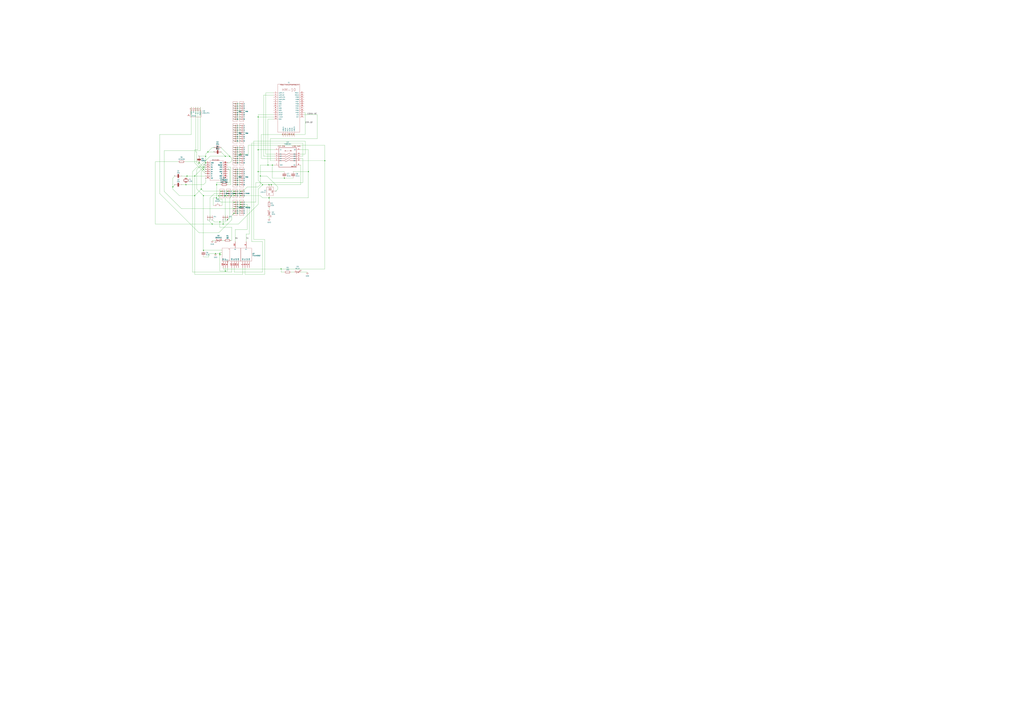
<source format=kicad_sch>
(kicad_sch (version 20230121) (generator eeschema)
  (paper "A0")
  (title_block (title "shield.sch") (date "16 DEC 2016"))
  (lib_symbols
    (symbol "TXB0104:TXB0104" (pin_names (offset 1.016))
      (property "Reference" "U" (at -10.16 12.7 0))
      (property "Value" "TXB0104" (at -10.16 -15.24 0))
      (symbol "TXB0104_0_0"
        (text "(bank A)" (at 4.064 -12.192 0) (effects (font (size 0.762 0.762)) (justify left bottom)))
        (text "1V2-3V6" (at -11.684 10.922 0) (effects (font (size 1.27 1.27)) (justify left bottom)))
        (text "1V65-5V5" (at 4.826 10.922 0) (effects (font (size 1.27 1.27)) (justify left bottom)))
        (text "VA < VB" (at -3.81 5.588 0) (effects (font (size 1.27 1.27)) (justify left bottom)))
        (pin bidirectional line (at -15.24 7.62 0) (length 5.08) (name "VA") (number "1"))
        (pin bidirectional line (at 15.24 -5.08 180) (length 5.08) (name "B4") (number "10"))
        (pin bidirectional line (at 15.24 -2.54 180) (length 5.08) (name "B3") (number "11"))
        (pin bidirectional line (at 15.24 0 180) (length 5.08) (name "B2") (number "12"))
        (pin bidirectional line (at 15.24 2.54 180) (length 5.08) (name "B1") (number "13"))
        (pin bidirectional line (at 15.24 7.62 180) (length 5.08) (name "VB") (number "14"))
        (pin bidirectional line (at -15.24 2.54 0) (length 5.08) (name "A1") (number "2"))
        (pin bidirectional line (at -15.24 0 0) (length 5.08) (name "A2") (number "3"))
        (pin bidirectional line (at -15.24 -2.54 0) (length 5.08) (name "A3") (number "4"))
        (pin bidirectional line (at -15.24 -5.08 0) (length 5.08) (name "A4") (number "5"))
        (pin bidirectional line (at -15.24 -10.16 0) (length 5.08) (name "GND") (number "7"))
        (pin bidirectional line (at 15.24 -10.16 180) (length 5.08) (name "OE") (number "8"))
      )
    )
    (symbol "shield-rescue:4052" (pin_names (offset 0.762))
      (property "Reference" "U" (at 11.43 15.24 0))
      (property "Value" "4052" (at 10.16 -19.05 0))
      (symbol "4052_0_0"
        (pin power_in line (at 5.08 16.51 270) (length 0) hide (name "Vdd") (number "16"))
        (pin power_in line (at 0 16.51 270) (length 0) hide (name "Vss") (number "8"))
      )
      (symbol "4052_1_1"
        (pin passive line (at -15.24 -7.62 0) (length 7.62) (name "Y0") (number "1"))
        (pin input line (at -15.24 15.24 0) (length 7.62) (name "A0") (number "10"))
        (pin passive line (at -15.24 -2.54 0) (length 7.62) (name "X3") (number "11"))
        (pin passive line (at -15.24 5.08 0) (length 7.62) (name "X0") (number "12"))
        (pin passive line (at 15.24 1.27 180) (length 7.62) (name "X") (number "13"))
        (pin passive line (at -15.24 2.54 0) (length 7.62) (name "X1") (number "14"))
        (pin passive line (at -15.24 0 0) (length 7.62) (name "X2") (number "15"))
        (pin passive line (at -15.24 -12.7 0) (length 7.62) (name "Y2") (number "2"))
        (pin passive line (at 15.24 -11.43 180) (length 7.62) (name "Y") (number "3"))
        (pin passive line (at -15.24 -15.24 0) (length 7.62) (name "Y3") (number "4"))
        (pin passive line (at -15.24 -10.16 0) (length 7.62) (name "Y1") (number "5"))
        (pin input inverted (at -15.24 10.16 0) (length 7.62) (name "~{E}") (number "6"))
        (pin power_in line (at 2.54 16.51 270) (length 0) hide (name "VEE") (number "7"))
        (pin input line (at -15.24 12.7 0) (length 7.62) (name "A1") (number "9"))
      )
    )
    (symbol "shield-rescue:C" (pin_numbers hide) (pin_names (offset 0.254))
      (property "Reference" "C" (at 0.635 2.54 0))
      (property "Value" "C" (at 0.635 -2.54 0))
      (symbol "C_1_1"
        (pin passive line (at 0 3.81 270) (length 2.794) (name "~") (number "1"))
        (pin passive line (at 0 -3.81 90) (length 2.794) (name "~") (number "2"))
      )
    )
    (symbol "shield-rescue:CP" (pin_numbers hide) (pin_names (offset 0.254))
      (property "Reference" "C" (at 0.635 2.54 0))
      (property "Value" "CP" (at 0.635 -2.54 0))
      (symbol "CP_1_1"
        (pin passive line (at 0 3.81 270) (length 2.794) (name "~") (number "1"))
        (pin passive line (at 0 -3.81 90) (length 2.794) (name "~") (number "2"))
      )
    )
    (symbol "shield-rescue:Crystal" (pin_numbers hide) (pin_names (offset 1.016) hide)
      (property "Reference" "Y" (at 0 3.81 0))
      (property "Value" "Crystal" (at 0 -3.81 0))
      (symbol "Crystal_1_1"
        (pin passive line (at -3.81 0 0) (length 1.27) (name "1") (number "1"))
        (pin passive line (at 3.81 0 180) (length 1.27) (name "2") (number "2"))
      )
    )
    (symbol "shield-rescue:GND" (power) (pin_names (offset 0))
      (property "Value" "GND" (at 0 -3.81 0))
      (symbol "GND_1_1"
        (pin power_in line (at 0 0 270) (length 0) hide (name "GND") (number "1"))
      )
    )
    (symbol "shield-rescue:LED" (pin_names (offset 1.016) hide)
      (property "Reference" "D" (at 0 2.54 0))
      (property "Value" "LED" (at 0 -2.54 0))
      (symbol "LED_1_1"
        (pin passive line (at -3.81 0 0) (length 2.54) (name "K") (number "1"))
        (pin passive line (at 3.81 0 180) (length 2.54) (name "A") (number "2"))
      )
    )
    (symbol "shield-rescue:R" (pin_numbers hide) (pin_names (offset 0))
      (property "Reference" "R" (at 2.032 0 90))
      (property "Value" "R" (at 0 0 90))
      (symbol "R_1_1"
        (pin passive line (at 0 3.81 270) (length 1.27) (name "~") (number "1"))
        (pin passive line (at 0 -3.81 90) (length 1.27) (name "~") (number "2"))
      )
    )
    (symbol "shield-rescue:SW_Push" (pin_numbers hide) (pin_names (offset 1.016) hide)
      (property "Reference" "SW" (at 1.27 2.54 0))
      (property "Value" "SW_Push" (at 0 -1.524 0))
      (symbol "SW_Push_0_1"
        (pin passive line (at -5.08 0 0) (length 2.54) (name "1") (number "1"))
        (pin passive line (at 5.08 0 180) (length 2.54) (name "2") (number "2"))
      )
    )
    (symbol "shield-rescue:USB_OTG" (pin_names (offset 1.016))
      (property "Reference" "P" (at 8.255 -3.175 0))
      (property "Value" "USB_OTG" (at 0 5.08 0))
      (symbol "USB_OTG_1_1"
        (pin power_out line (at -5.08 -7.62 90) (length 3.81) (name "VBUS") (number "1"))
        (pin passive line (at -2.54 -7.62 90) (length 3.81) (name "D-") (number "2"))
        (pin passive line (at 0 -7.62 90) (length 3.81) (name "D+") (number "3"))
        (pin power_in line (at 2.54 -7.62 90) (length 3.81) (name "ID") (number "4"))
        (pin power_in line (at 5.08 -7.62 90) (length 3.81) (name "GND") (number "5"))
        (pin passive line (at 10.16 2.54 180) (length 3.81) (name "shield") (number "6"))
      )
    )
    (symbol "shield:CH340G_CH340G" (pin_names (offset 1.016))
      (symbol "CH340G_CH340G_1_0"
        (text "CH340G" (at -0.9906 13.4112 0) (effects (font (size 1.4224 1.4224))))
      )
      (symbol "CH340G_CH340G_1_1"
        (pin bidirectional line (at -12.7 10.16 0) (length 5.08) (name "GND") (number "1"))
        (pin bidirectional line (at 12.7 -5.08 180) (length 5.08) (name "DSR") (number "10"))
        (pin bidirectional line (at 12.7 -2.54 180) (length 5.08) (name "RI") (number "11"))
        (pin bidirectional line (at 12.7 0 180) (length 5.08) (name "DCD") (number "12"))
        (pin bidirectional line (at 12.7 2.54 180) (length 5.08) (name "DTR") (number "13"))
        (pin bidirectional line (at 12.7 5.08 180) (length 5.08) (name "RTS") (number "14"))
        (pin bidirectional line (at 12.7 7.62 180) (length 5.08) (name "RS232") (number "15"))
        (pin bidirectional line (at 12.7 10.16 180) (length 5.08) (name "VCC") (number "16"))
        (pin bidirectional line (at -12.7 7.62 0) (length 5.08) (name "TX") (number "2"))
        (pin bidirectional line (at -12.7 5.08 0) (length 5.08) (name "RX") (number "3"))
        (pin bidirectional line (at -12.7 2.54 0) (length 5.08) (name "V3") (number "4"))
        (pin bidirectional line (at -12.7 0 0) (length 5.08) (name "D+") (number "5"))
        (pin bidirectional line (at -12.7 -2.54 0) (length 5.08) (name "D-") (number "6"))
        (pin bidirectional line (at -12.7 -5.08 0) (length 5.08) (name "XI") (number "7"))
        (pin bidirectional line (at -12.7 -7.62 0) (length 5.08) (name "XO") (number "8"))
        (pin bidirectional line (at 12.7 -7.62 180) (length 5.08) (name "CTS") (number "9"))
      )
    )
    (symbol "shield:DP_DEVICES.V6_CON_HEADER_1X03" (pin_numbers hide) (pin_names (offset 1.016))
      (property "Reference" "J" (at -1.27 6.35 0))
      (symbol "DP_DEVICES.V6_CON_HEADER_1X03_1_1"
        (pin bidirectional inverted (at 0 2.54 0) (length 2.54) (name "1") (number "1"))
        (pin bidirectional inverted (at 0 0 0) (length 2.54) (name "2") (number "2"))
        (pin bidirectional inverted (at 0 -2.54 0) (length 2.54) (name "3") (number "3"))
      )
    )
    (symbol "shield:DP_DEVICES.V6_CON_HEADER_1X06" (pin_numbers hide) (pin_names (offset 1.016))
      (property "Reference" "J" (at -1.27 8.89 0))
      (symbol "DP_DEVICES.V6_CON_HEADER_1X06_1_1"
        (pin bidirectional inverted (at 0 5.08 0) (length 2.54) (name "1") (number "1"))
        (pin bidirectional inverted (at 0 2.54 0) (length 2.54) (name "2") (number "2"))
        (pin passive inverted (at 0 0 0) (length 2.54) (name "3") (number "3"))
        (pin passive inverted (at 0 -2.54 0) (length 2.54) (name "4") (number "4"))
        (pin passive inverted (at 0 -5.08 0) (length 2.54) (name "5") (number "5"))
        (pin passive inverted (at 0 -7.62 0) (length 2.54) (name "6") (number "6"))
      )
    )
    (symbol "shield:DP_DEVICES.V6_CON_HEADER_1X08" (pin_numbers hide) (pin_names (offset 1.016))
      (property "Reference" "J" (at -1.27 10.795 0))
      (symbol "DP_DEVICES.V6_CON_HEADER_1X08_1_1"
        (pin passive inverted (at 0 7.62 0) (length 2.54) (name "1") (number "1"))
        (pin passive inverted (at 0 5.08 0) (length 2.54) (name "2") (number "2"))
        (pin passive inverted (at 0 2.54 0) (length 2.54) (name "3") (number "3"))
        (pin passive inverted (at 0 0 0) (length 2.54) (name "4") (number "4"))
        (pin passive inverted (at 0 -2.54 0) (length 2.54) (name "5") (number "5"))
        (pin passive inverted (at 0 -5.08 0) (length 2.54) (name "6") (number "6"))
        (pin passive inverted (at 0 -7.62 0) (length 2.54) (name "7") (number "7"))
        (pin passive inverted (at 0 -10.16 0) (length 2.54) (name "8") (number "8"))
      )
    )
    (symbol "shield:JNHUAMAO_HM-10" (pin_names (offset 1.016))
      (property "Reference" "E" (at 14.4018 -45.72 90))
      (symbol "JNHUAMAO_HM-10_1_0"
        (text "HM-10" (at 12.8524 -6.5532 0) (effects (font (size 3.048 3.048))))
        (text "http://www.jnhuamao.cn/" (at 13.843 -0.5842 0) (effects (font (size 1.143 1.143))))
      )
      (symbol "JNHUAMAO_HM-10_1_1"
        (pin bidirectional line (at -5.08 -25.4 0) (length 5.08) (name "NC7") (number "$7"))
        (pin bidirectional line (at -5.08 -10.16 0) (length 5.08) (name "UART_TX") (number "1"))
        (pin bidirectional line (at -5.08 -33.02 0) (length 5.08) (name "NC10") (number "10"))
        (pin bidirectional line (at -5.08 -35.56 0) (length 5.08) (name "RESET") (number "11"))
        (pin bidirectional line (at -5.08 -38.1 0) (length 5.08) (name "+3.3V") (number "12"))
        (pin bidirectional line (at -5.08 -40.64 0) (length 5.08) (name "GND") (number "13"))
        (pin bidirectional line (at -5.08 -40.64 0) (length 5.08) hide (name "GND") (number "14"))
        (pin bidirectional line (at 6.35 -60.96 90) (length 5.08) (name "USB_D-") (number "15"))
        (pin bidirectional line (at 8.89 -60.96 90) (length 5.08) (name "NC16") (number "16"))
        (pin bidirectional line (at 11.43 -60.96 90) (length 5.08) (name "NC17") (number "17"))
        (pin bidirectional line (at 13.97 -60.96 90) (length 5.08) (name "NC18") (number "18"))
        (pin bidirectional line (at 16.51 -60.96 90) (length 5.08) (name "NC19") (number "19"))
        (pin bidirectional line (at -5.08 -12.7 0) (length 5.08) (name "UART_RX") (number "2"))
        (pin bidirectional line (at 19.05 -60.96 90) (length 5.08) (name "USB_D+") (number "20"))
        (pin bidirectional line (at -5.08 -40.64 0) (length 5.08) hide (name "GND") (number "21"))
        (pin bidirectional line (at -5.08 -40.64 0) (length 5.08) hide (name "GND") (number "22"))
        (pin bidirectional line (at 30.48 -38.1 180) (length 5.08) (name "KEY") (number "23"))
        (pin bidirectional line (at 30.48 -35.56 180) (length 5.08) (name "LED") (number "24"))
        (pin bidirectional line (at 30.48 -33.02 180) (length 5.08) (name "PIO2") (number "25"))
        (pin bidirectional line (at 30.48 -30.48 180) (length 5.08) (name "PIO3") (number "26"))
        (pin bidirectional line (at 30.48 -27.94 180) (length 5.08) (name "PIO4") (number "27"))
        (pin bidirectional line (at 30.48 -25.4 180) (length 5.08) (name "PIO5") (number "28"))
        (pin bidirectional line (at 30.48 -22.86 180) (length 5.08) (name "PIO6") (number "29"))
        (pin bidirectional line (at -5.08 -15.24 0) (length 5.08) (name "UART_CTS") (number "3"))
        (pin bidirectional line (at 30.48 -20.32 180) (length 5.08) (name "PIO7") (number "30"))
        (pin bidirectional line (at 30.48 -17.78 180) (length 5.08) (name "PIO8") (number "31"))
        (pin bidirectional line (at 30.48 -15.24 180) (length 5.08) (name "PIO9") (number "32"))
        (pin bidirectional line (at 30.48 -12.7 180) (length 5.08) (name "PIO10") (number "33"))
        (pin bidirectional line (at 30.48 -10.16 180) (length 5.08) (name "PIO11") (number "34"))
        (pin bidirectional line (at -5.08 -17.78 0) (length 5.08) (name "UART_RTS") (number "4"))
        (pin bidirectional line (at -5.08 -20.32 0) (length 5.08) (name "NC5") (number "5"))
        (pin bidirectional line (at -5.08 -22.86 0) (length 5.08) (name "NC6") (number "6"))
        (pin bidirectional line (at -5.08 -27.94 0) (length 5.08) (name "NC8") (number "8"))
        (pin bidirectional line (at -5.08 -30.48 0) (length 5.08) (name "NC9") (number "9"))
      )
    )
    (symbol "shield:SPARKFUN-CAPACITORS_CAP" (pin_numbers hide) (pin_names (offset 1.016) hide)
      (property "Reference" "C" (at 1.524 2.921 0))
      (property "Value" "SPARKFUN-CAPACITORS_CAP" (at 1.524 -2.159 0))
      (symbol "SPARKFUN-CAPACITORS_CAP_1_1"
        (pin passive line (at 0 5.08 270) (length 2.54) (name "1") (number "1"))
        (pin passive line (at 0 -2.54 90) (length 2.54) (name "2") (number "2"))
      )
    )
    (symbol "shield:SPARKFUN-POWERIC_V_REG_LM1117" (pin_numbers hide) (pin_names (offset 1.016) hide)
      (property "Reference" "U" (at 2.54 -7.62 0))
      (property "Value" "SPARKFUN-POWERIC_V_REG_LM1117" (at 2.54 -10.16 0))
      (symbol "SPARKFUN-POWERIC_V_REG_LM1117_1_0"
        (text "ADJ" (at -0.2794 -3.7084 0) (effects (font (size 1.2192 1.2192))))
        (text "IN" (at -3.2766 -0.0254 0) (effects (font (size 1.2192 1.2192))))
        (text "OUT" (at 2.6416 -2.0574 0) (effects (font (size 1.2192 1.2192))))
        (text "OUT" (at 2.6416 -0.2794 0) (effects (font (size 1.2192 1.2192))))
      )
      (symbol "SPARKFUN-POWERIC_V_REG_LM1117_1_1"
        (pin input line (at 0 -7.62 90) (length 2.54) (name "ADJ") (number "1"))
        (pin output line (at 7.62 0 180) (length 2.54) (name "OUT") (number "2"))
        (pin input line (at -7.62 0 0) (length 2.54) (name "IN") (number "3"))
        (pin output line (at 7.62 -2.54 180) (length 2.54) (name "OUT") (number "4"))
      )
    )
    (symbol "shield:SPARKFUN-RETIRED_JUMPER-3" (pin_numbers hide) (pin_names (offset 1.016) hide)
      (property "Reference" "JP" (at -2.159 0 90))
      (property "Value" "SPARKFUN-RETIRED_JUMPER-3" (at 7.366 0 90))
      (symbol "SPARKFUN-RETIRED_JUMPER-3_1_1"
        (pin passive line (at 0 -2.54 90) (length 2.54) (name "1") (number "1"))
        (pin passive line (at 2.54 -2.54 90) (length 2.54) (name "2") (number "2"))
        (pin passive line (at 5.08 -2.54 90) (length 2.54) (name "3") (number "3"))
      )
    )
  )
  (junction (at 236.22 196.85))
  (junction (at 299.72 173.99))
  (junction (at 311.15 191.77))
  (junction (at 279.4 227.33))
  (junction (at 279.4 179.07))
  (junction (at 279.4 234.95))
  (junction (at 358.14 199.39))
  (junction (at 326.39 312.42))
  (junction (at 304.8 214.63))
  (junction (at 377.19 186.69))
  (junction (at 330.2 207.01))
  (junction (at 251.46 229.87))
  (junction (at 255.27 294.64))
  (junction (at 316.23 191.77))
  (junction (at 271.78 247.65))
  (junction (at 233.68 219.71))
  (junction (at 271.78 224.79))
  (junction (at 271.78 222.25))
  (junction (at 279.4 240.03))
  (junction (at 226.06 204.47))
  (junction (at 255.27 257.81))
  (junction (at 215.9 214.63))
  (junction (at 264.16 227.33))
  (junction (at 254 227.33))
  (junction (at 312.42 214.63))
  (junction (at 299.72 199.39))
  (junction (at 271.78 242.57))
  (junction (at 256.54 227.33))
  (junction (at 200.66 217.17))
  (junction (at 236.22 290.83))
  (junction (at 256.54 222.25))
  (junction (at 264.16 255.27))
  (junction (at 302.26 204.47))
  (junction (at 314.96 214.63))
  (junction (at 261.62 314.96))
  (junction (at 238.76 189.23))
  (junction (at 279.4 222.25))
  (junction (at 241.3 176.53))
  (junction (at 261.62 181.61))
  (junction (at 217.17 204.47))
  (junction (at 259.08 260.35))
  (junction (at 266.7 181.61))
  (junction (at 250.19 294.64))
  (junction (at 226.06 227.33))
  (junction (at 271.78 227.33))
  (junction (at 246.38 260.35))
  (junction (at 255.27 295.91))
  (junction (at 299.72 135.89))
  (junction (at 231.14 189.23))
  (junction (at 236.22 227.33))
  (junction (at 312.42 229.87))
  (junction (at 238.76 181.61))
  (junction (at 271.78 234.95))
  (junction (at 261.62 227.33))
  (junction (at 264.16 222.25))
  (junction (at 279.4 237.49))
  (junction (at 251.46 214.63))
  (wire (pts (xy 228.6 194.31) (xy 238.76 194.31)))
  (wire (pts (xy 261.62 255.27) (xy 261.62 227.33)))
  (wire (pts (xy 236.22 227.33) (xy 228.6 219.71)))
  (wire (pts (xy 308.61 107.95) (xy 308.61 179.07)))
  (wire (pts (xy 215.9 214.63) (xy 236.22 214.63)))
  (wire (pts (xy 226.06 227.33) (xy 226.06 318.77)))
  (wire (pts (xy 223.52 199.39) (xy 228.6 194.31)))
  (wire (pts (xy 377.19 186.69) (xy 377.19 168.91)))
  (wire (pts (xy 231.14 270.51) (xy 254 270.51)))
  (wire (pts (xy 281.94 318.77) (xy 281.94 311.15)))
  (wire (pts (xy 279.4 128.27) (xy 271.78 128.27)))
  (wire (pts (xy 271.78 224.79) (xy 279.4 224.79)))
  (wire (pts (xy 254 227.33) (xy 256.54 227.33)))
  (wire (pts (xy 279.4 123.19) (xy 271.78 123.19)))
  (wire (pts (xy 353.06 130.81) (xy 354.33 130.81)))
  (wire (pts (xy 294.64 163.83) (xy 354.33 163.83)))
  (wire (pts (xy 299.72 199.39) (xy 299.72 173.99)))
  (wire (pts (xy 287.02 217.17) (xy 281.94 222.25)))
  (wire (pts (xy 285.75 271.78) (xy 289.56 271.78)))
  (wire (pts (xy 246.38 171.45) (xy 248.92 171.45)))
  (wire (pts (xy 226.06 204.47) (xy 238.76 204.47)))
  (wire (pts (xy 279.4 184.15) (xy 271.78 184.15)))
  (wire (pts (xy 255.27 295.91) (xy 257.81 295.91)))
  (wire (pts (xy 261.62 181.61) (xy 266.7 181.61)))
  (wire (pts (xy 279.4 179.07) (xy 288.29 179.07)))
  (wire (pts (xy 288.29 168.91) (xy 377.19 168.91)))
  (wire (pts (xy 251.46 212.09) (xy 251.46 214.63)))
  (wire (pts (xy 302.26 227.33) (xy 304.8 229.87)))
  (wire (pts (xy 312.42 214.63) (xy 314.96 214.63)))
  (wire (pts (xy 312.42 251.46) (xy 312.42 254)))
  (wire (pts (xy 299.72 135.89) (xy 317.5 135.89)))
  (wire (pts (xy 279.4 234.95) (xy 297.18 234.95)))
  (wire (pts (xy 248.92 176.53) (xy 241.3 176.53)))
  (wire (pts (xy 259.08 311.15) (xy 259.08 312.42)))
  (wire (pts (xy 242.57 294.64) (xy 250.19 294.64)))
  (wire (pts (xy 242.57 298.45) (xy 242.57 294.64)))
  (wire (pts (xy 227.33 176.53) (xy 228.6 176.53)))
  (wire (pts (xy 306.07 110.49) (xy 306.07 181.61)))
  (wire (pts (xy 271.78 242.57) (xy 279.4 242.57)))
  (wire (pts (xy 259.08 260.35) (xy 276.86 260.35)))
  (wire (pts (xy 307.34 318.77) (xy 284.48 318.77)))
  (wire (pts (xy 241.3 176.53) (xy 246.38 171.45)))
  (wire (pts (xy 238.76 196.85) (xy 231.14 189.23)))
  (wire (pts (xy 231.14 189.23) (xy 231.14 187.96)))
  (wire (pts (xy 299.72 219.71) (xy 304.8 214.63)))
  (wire (pts (xy 304.8 214.63) (xy 312.42 214.63)))
  (wire (pts (xy 279.4 138.43) (xy 271.78 138.43)))
  (wire (pts (xy 255.27 257.81) (xy 255.27 264.16)))
  (wire (pts (xy 269.24 184.15) (xy 269.24 186.69)))
  (wire (pts (xy 306.07 181.61) (xy 318.77 181.61)))
  (wire (pts (xy 190.5 222.25) (xy 210.82 242.57)))
  (wire (pts (xy 264.16 227.33) (xy 271.78 227.33)))
  (wire (pts (xy 254 270.51) (xy 269.24 255.27)))
  (wire (pts (xy 243.84 181.61) (xy 261.62 181.61)))
  (wire (pts (xy 264.16 314.96) (xy 264.16 311.15)))
  (wire (pts (xy 256.54 234.95) (xy 271.78 234.95)))
  (wire (pts (xy 351.79 212.09) (xy 297.18 212.09)))
  (wire (pts (xy 264.16 222.25) (xy 256.54 222.25)))
  (wire (pts (xy 313.69 161.29) (xy 313.69 186.69)))
  (wire (pts (xy 279.4 148.59) (xy 271.78 148.59)))
  (wire (pts (xy 226.06 189.23) (xy 226.06 173.99)))
  (wire (pts (xy 269.24 186.69) (xy 266.7 189.23)))
  (wire (pts (xy 302.26 191.77) (xy 311.15 191.77)))
  (wire (pts (xy 279.4 153.67) (xy 271.78 153.67)))
  (wire (pts (xy 279.4 222.25) (xy 271.78 222.25)))
  (wire (pts (xy 217.17 204.47) (xy 217.17 205.74)))
  (wire (pts (xy 312.42 229.87) (xy 358.14 229.87)))
  (wire (pts (xy 248.92 257.81) (xy 255.27 257.81)))
  (wire (pts (xy 267.97 194.31) (xy 264.16 194.31)))
  (wire (pts (xy 313.69 186.69) (xy 318.77 186.69)))
  (wire (pts (xy 309.88 204.47) (xy 322.58 217.17)))
  (wire (pts (xy 271.78 237.49) (xy 279.4 237.49)))
  (wire (pts (xy 246.38 260.35) (xy 259.08 260.35)))
  (wire (pts (xy 271.78 234.95) (xy 279.4 234.95)))
  (wire (pts (xy 228.6 176.53) (xy 228.6 189.23)))
  (wire (pts (xy 217.17 204.47) (xy 226.06 204.47)))
  (wire (pts (xy 304.8 316.23) (xy 271.78 316.23)))
  (wire (pts (xy 231.14 181.61) (xy 238.76 181.61)))
  (wire (pts (xy 255.27 295.91) (xy 255.27 314.96)))
  (wire (pts (xy 299.72 173.99) (xy 299.72 135.89)))
  (wire (pts (xy 236.22 214.63) (xy 238.76 212.09)))
  (wire (pts (xy 302.26 191.77) (xy 302.26 204.47)))
  (wire (pts (xy 330.2 207.01) (xy 340.36 207.01)))
  (wire (pts (xy 292.1 280.67) (xy 304.8 280.67)))
  (wire (pts (xy 271.78 146.05) (xy 279.4 146.05)))
  (wire (pts (xy 299.72 173.99) (xy 318.77 173.99)))
  (wire (pts (xy 271.78 181.61) (xy 279.4 181.61)))
  (wire (pts (xy 210.82 214.63) (xy 215.9 214.63)))
  (wire (pts (xy 279.4 207.01) (xy 271.78 207.01)))
  (wire (pts (xy 250.19 294.64) (xy 255.27 294.64)))
  (wire (pts (xy 349.25 184.15) (xy 351.79 184.15)))
  (wire (pts (xy 299.72 217.17) (xy 287.02 217.17)))
  (wire (pts (xy 271.78 125.73) (xy 279.4 125.73)))
  (wire (pts (xy 210.82 204.47) (xy 217.17 204.47)))
  (wire (pts (xy 261.62 311.15) (xy 261.62 314.96)))
  (wire (pts (xy 294.64 163.83) (xy 294.64 278.13)))
  (wire (pts (xy 271.78 151.13) (xy 279.4 151.13)))
  (wire (pts (xy 358.14 199.39) (xy 358.14 173.99)))
  (wire (pts (xy 299.72 135.89) (xy 299.72 133.35)))
  (wire (pts (xy 251.46 229.87) (xy 256.54 234.95)))
  (wire (pts (xy 326.39 312.42) (xy 377.19 312.42)))
  (wire (pts (xy 228.6 196.85) (xy 243.84 181.61)))
  (wire (pts (xy 276.86 260.35) (xy 299.72 237.49)))
  (wire (pts (xy 308.61 179.07) (xy 318.77 179.07)))
  (wire (pts (xy 349.25 316.23) (xy 356.87 316.23)))
  (wire (pts (xy 271.78 199.39) (xy 279.4 199.39)))
  (wire (pts (xy 322.58 219.71) (xy 320.04 222.25)))
  (wire (pts (xy 279.4 212.09) (xy 271.78 212.09)))
  (wire (pts (xy 229.87 124.46) (xy 229.87 173.99)))
  (wire (pts (xy 266.7 189.23) (xy 264.16 189.23)))
  (wire (pts (xy 233.68 199.39) (xy 233.68 219.71)))
  (wire (pts (xy 266.7 252.73) (xy 266.7 229.87)))
  (wire (pts (xy 316.23 191.77) (xy 318.77 191.77)))
  (wire (pts (xy 226.06 173.99) (xy 229.87 173.99)))
  (wire (pts (xy 340.36 199.39) (xy 358.14 199.39)))
  (wire (pts (xy 226.06 227.33) (xy 233.68 219.71)))
  (wire (pts (xy 255.27 294.64) (xy 255.27 295.91)))
  (wire (pts (xy 294.64 278.13) (xy 307.34 278.13)))
  (wire (pts (xy 287.02 237.49) (xy 287.02 266.7)))
  (wire (pts (xy 247.65 238.76) (xy 247.65 229.87)))
  (wire (pts (xy 223.52 316.23) (xy 269.24 316.23)))
  (wire (pts (xy 200.66 219.71) (xy 208.28 227.33)))
  (wire (pts (xy 271.78 186.69) (xy 279.4 186.69)))
  (wire (pts (xy 247.65 229.87) (xy 251.46 229.87)))
  (wire (pts (xy 236.22 196.85) (xy 233.68 199.39)))
  (wire (pts (xy 226.06 189.23) (xy 238.76 201.93)))
  (wire (pts (xy 231.14 187.96) (xy 214.63 187.96)))
  (wire (pts (xy 271.78 171.45) (xy 279.4 171.45)))
  (wire (pts (xy 322.58 217.17) (xy 322.58 219.71)))
  (wire (pts (xy 279.4 158.75) (xy 271.78 158.75)))
  (wire (pts (xy 377.19 312.42) (xy 377.19 186.69)))
  (wire (pts (xy 232.41 124.46) (xy 232.41 175.26)))
  (wire (pts (xy 351.79 184.15) (xy 351.79 212.09)))
  (wire (pts (xy 279.4 237.49) (xy 287.02 237.49)))
  (wire (pts (xy 288.29 179.07) (xy 288.29 168.91)))
  (wire (pts (xy 238.76 179.07) (xy 238.76 181.61)))
  (wire (pts (xy 222.25 124.46) (xy 222.25 156.21)))
  (wire (pts (xy 271.78 316.23) (xy 271.78 311.15)))
  (wire (pts (xy 256.54 212.09) (xy 251.46 212.09)))
  (wire (pts (xy 185.42 224.79) (xy 231.14 270.51)))
  (wire (pts (xy 304.8 214.63) (xy 299.72 209.55)))
  (wire (pts (xy 271.78 204.47) (xy 279.4 204.47)))
  (wire (pts (xy 317.5 107.95) (xy 308.61 107.95)))
  (wire (pts (xy 271.78 209.55) (xy 279.4 209.55)))
  (wire (pts (xy 271.78 120.65) (xy 279.4 120.65)))
  (wire (pts (xy 238.76 212.09) (xy 238.76 207.01)))
  (wire (pts (xy 264.16 196.85) (xy 266.7 196.85)))
  (wire (pts (xy 180.34 187.96) (xy 180.34 260.35)))
  (wire (pts (xy 292.1 166.37) (xy 351.79 166.37)))
  (wire (pts (xy 271.78 247.65) (xy 279.4 247.65)))
  (wire (pts (xy 271.78 214.63) (xy 279.4 214.63)))
  (wire (pts (xy 287.02 266.7) (xy 273.05 266.7)))
  (wire (pts (xy 266.7 229.87) (xy 271.78 224.79)))
  (wire (pts (xy 261.62 314.96) (xy 264.16 314.96)))
  (wire (pts (xy 257.81 279.4) (xy 260.35 279.4)))
  (wire (pts (xy 271.78 130.81) (xy 279.4 130.81)))
  (wire (pts (xy 267.97 214.63) (xy 264.16 214.63)))
  (wire (pts (xy 266.7 181.61) (xy 256.54 171.45)))
  (wire (pts (xy 261.62 257.81) (xy 264.16 255.27)))
  (wire (pts (xy 236.22 196.85) (xy 238.76 199.39)))
  (wire (pts (xy 251.46 214.63) (xy 256.54 214.63)))
  (wire (pts (xy 248.92 224.79) (xy 256.54 224.79)))
  (wire (pts (xy 254 231.14) (xy 257.81 231.14)))
  (wire (pts (xy 269.24 316.23) (xy 269.24 311.15)))
  (wire (pts (xy 299.72 237.49) (xy 299.72 219.71)))
  (wire (pts (xy 236.22 191.77) (xy 236.22 196.85)))
  (wire (pts (xy 285.75 280.67) (xy 285.75 271.78)))
  (wire (pts (xy 311.15 191.77) (xy 316.23 191.77)))
  (wire (pts (xy 279.4 133.35) (xy 271.78 133.35)))
  (wire (pts (xy 210.82 242.57) (xy 271.78 242.57)))
  (wire (pts (xy 349.25 186.69) (xy 377.19 186.69)))
  (wire (pts (xy 238.76 181.61) (xy 238.76 189.23)))
  (wire (pts (xy 271.78 222.25) (xy 264.16 222.25)))
  (wire (pts (xy 236.22 227.33) (xy 254 227.33)))
  (wire (pts (xy 200.66 217.17) (xy 200.66 219.71)))
  (wire (pts (xy 271.78 161.29) (xy 279.4 161.29)))
  (wire (pts (xy 232.41 175.26) (xy 190.5 175.26)))
  (wire (pts (xy 358.14 173.99) (xy 349.25 173.99)))
  (wire (pts (xy 259.08 255.27) (xy 259.08 260.35)))
  (wire (pts (xy 185.42 156.21) (xy 185.42 224.79)))
  (wire (pts (xy 330.2 199.39) (xy 299.72 199.39)))
  (wire (pts (xy 279.4 227.33) (xy 302.26 227.33)))
  (wire (pts (xy 354.33 130.81) (xy 354.33 156.21)))
  (wire (pts (xy 358.14 229.87) (xy 358.14 199.39)))
  (wire (pts (xy 279.4 189.23) (xy 271.78 189.23)))
  (wire (pts (xy 317.5 138.43) (xy 311.15 138.43)))
  (wire (pts (xy 255.27 314.96) (xy 261.62 314.96)))
  (wire (pts (xy 271.78 156.21) (xy 279.4 156.21)))
  (wire (pts (xy 279.4 196.85) (xy 271.78 196.85)))
  (wire (pts (xy 203.2 214.63) (xy 200.66 217.17)))
  (wire (pts (xy 273.05 266.7) (xy 273.05 280.67)))
  (wire (pts (xy 368.3 161.29) (xy 313.69 161.29)))
  (wire (pts (xy 326.39 312.42) (xy 326.39 316.23)))
  (wire (pts (xy 297.18 212.09) (xy 297.18 234.95)))
  (wire (pts (xy 261.62 227.33) (xy 264.16 227.33)))
  (wire (pts (xy 271.78 176.53) (xy 279.4 176.53)))
  (wire (pts (xy 351.79 166.37) (xy 351.79 181.61)))
  (wire (pts (xy 246.38 260.35) (xy 241.3 255.27)))
  (wire (pts (xy 299.72 133.35) (xy 317.5 133.35)))
  (wire (pts (xy 236.22 290.83) (xy 257.81 290.83)))
  (wire (pts (xy 256.54 227.33) (xy 261.62 227.33)))
  (wire (pts (xy 271.78 135.89) (xy 279.4 135.89)))
  (wire (pts (xy 349.25 214.63) (xy 349.25 191.77)))
  (wire (pts (xy 279.4 163.83) (xy 271.78 163.83)))
  (wire (pts (xy 236.22 298.45) (xy 242.57 298.45)))
  (wire (pts (xy 312.42 229.87) (xy 312.42 233.68)))
  (wire (pts (xy 303.53 156.21) (xy 303.53 184.15)))
  (wire (pts (xy 271.78 179.07) (xy 279.4 179.07)))
  (wire (pts (xy 180.34 260.35) (xy 246.38 260.35)))
  (wire (pts (xy 236.22 227.33) (xy 236.22 290.83)))
  (wire (pts (xy 203.2 204.47) (xy 200.66 207.01)))
  (wire (pts (xy 269.24 264.16) (xy 269.24 279.4)))
  (wire (pts (xy 353.06 133.35) (xy 368.3 133.35)))
  (wire (pts (xy 316.23 207.01) (xy 330.2 207.01)))
  (wire (pts (xy 250.19 279.4) (xy 246.38 279.4)))
  (wire (pts (xy 257.81 231.14) (xy 257.81 238.76)))
  (wire (pts (xy 269.24 250.19) (xy 271.78 247.65)))
  (wire (pts (xy 243.84 229.87) (xy 248.92 224.79)))
  (wire (pts (xy 254 227.33) (xy 254 231.14)))
  (wire (pts (xy 222.25 156.21) (xy 185.42 156.21)))
  (wire (pts (xy 251.46 214.63) (xy 251.46 229.87)))
  (wire (pts (xy 255.27 293.37) (xy 255.27 294.64)))
  (wire (pts (xy 368.3 133.35) (xy 368.3 161.29)))
  (wire (pts (xy 316.23 191.77) (xy 316.23 207.01)))
  (wire (pts (xy 279.4 201.93) (xy 271.78 201.93)))
  (wire (pts (xy 269.24 279.4) (xy 267.97 279.4)))
  (wire (pts (xy 281.94 222.25) (xy 279.4 222.25)))
  (wire (pts (xy 200.66 207.01) (xy 200.66 217.17)))
  (wire (pts (xy 264.16 255.27) (xy 266.7 252.73)))
  (wire (pts (xy 266.7 181.61) (xy 269.24 184.15)))
  (wire (pts (xy 269.24 255.27) (xy 269.24 250.19)))
  (wire (pts (xy 243.84 255.27) (xy 243.84 229.87)))
  (wire (pts (xy 289.56 271.78) (xy 289.56 240.03)))
  (wire (pts (xy 337.82 316.23) (xy 341.63 316.23)))
  (wire (pts (xy 256.54 222.25) (xy 236.22 222.25)))
  (wire (pts (xy 259.08 312.42) (xy 326.39 312.42)))
  (wire (pts (xy 255.27 257.81) (xy 261.62 257.81)))
  (wire (pts (xy 306.07 110.49) (xy 317.5 110.49)))
  (wire (pts (xy 303.53 184.15) (xy 318.77 184.15)))
  (wire (pts (xy 271.78 240.03) (xy 279.4 240.03)))
  (wire (pts (xy 354.33 163.83) (xy 354.33 179.07)))
  (wire (pts (xy 238.76 189.23) (xy 236.22 191.77)))
  (wire (pts (xy 299.72 209.55) (xy 299.72 199.39)))
  (wire (pts (xy 304.8 280.67) (xy 304.8 316.23)))
  (wire (pts (xy 266.7 196.85) (xy 266.7 212.09)))
  (wire (pts (xy 307.34 278.13) (xy 307.34 318.77)))
  (wire (pts (xy 190.5 175.26) (xy 190.5 222.25)))
  (wire (pts (xy 246.38 255.27) (xy 248.92 257.81)))
  (wire (pts (xy 217.17 205.74) (xy 215.9 205.74)))
  (wire (pts (xy 228.6 189.23) (xy 236.22 196.85)))
  (wire (pts (xy 284.48 318.77) (xy 284.48 311.15)))
  (wire (pts (xy 261.62 181.61) (xy 256.54 176.53)))
  (wire (pts (xy 302.26 204.47) (xy 302.26 214.63)))
  (wire (pts (xy 302.26 214.63) (xy 299.72 217.17)))
  (wire (pts (xy 208.28 227.33) (xy 226.06 227.33)))
  (wire (pts (xy 227.33 124.46) (xy 227.33 176.53)))
  (wire (pts (xy 223.52 199.39) (xy 223.52 316.23)))
  (wire (pts (xy 326.39 316.23) (xy 330.2 316.23)))
  (wire (pts (xy 255.27 264.16) (xy 269.24 264.16)))
  (wire (pts (xy 215.9 214.63) (xy 215.9 213.36)))
  (wire (pts (xy 354.33 156.21) (xy 303.53 156.21)))
  (wire (pts (xy 228.6 219.71) (xy 228.6 196.85)))
  (wire (pts (xy 279.4 240.03) (xy 289.56 240.03)))
  (wire (pts (xy 292.1 166.37) (xy 292.1 280.67)))
  (wire (pts (xy 271.78 245.11) (xy 279.4 245.11)))
  (wire (pts (xy 238.76 191.77) (xy 226.06 204.47)))
  (wire (pts (xy 314.96 214.63) (xy 349.25 214.63)))
  (wire (pts (xy 238.76 179.07) (xy 241.3 176.53)))
  (wire (pts (xy 233.68 219.71) (xy 236.22 222.25)))
  (wire (pts (xy 312.42 241.3) (xy 312.42 243.84)))
  (wire (pts (xy 309.88 204.47) (xy 302.26 204.47)))
  (wire (pts (xy 279.4 173.99) (xy 271.78 173.99)))
  (wire (pts (xy 304.8 229.87) (xy 312.42 229.87)))
  (wire (pts (xy 271.78 227.33) (xy 279.4 227.33)))
  (wire (pts (xy 351.79 181.61) (xy 349.25 181.61)))
  (wire (pts (xy 266.7 212.09) (xy 264.16 212.09)))
  (wire (pts (xy 267.97 194.31) (xy 267.97 214.63)))
  (wire (pts (xy 255.27 293.37) (xy 257.81 293.37)))
  (wire (pts (xy 261.62 227.33) (xy 264.16 224.79)))
  (wire (pts (xy 311.15 138.43) (xy 311.15 191.77)))
  (wire (pts (xy 354.33 179.07) (xy 349.25 179.07)))
  (wire (pts (xy 226.06 204.47) (xy 226.06 227.33)))
  (wire (pts (xy 207.01 187.96) (xy 180.34 187.96)))
  (wire (pts (xy 226.06 318.77) (xy 281.94 318.77)))
  (label "N$12" (at 271.78 207.01 180) (effects (font (size 0.254 0.254))))
  (label "N$25" (at 271.78 163.83 180) (effects (font (size 0.254 0.254))))
  (label "XI" (at 210.82 204.47 0) (effects (font (size 0.254 0.254))))
  (label "N$16" (at 279.4 196.85 180) (effects (font (size 0.254 0.254))))
  (label "TXD" (at 279.4 240.03 180) (effects (font (size 0.254 0.254))))
  (label "N$38" (at 271.78 125.73 180) (effects (font (size 0.254 0.254))))
  (label "N$22" (at 271.78 176.53 180) (effects (font (size 0.254 0.254))))
  (label "PB" (at 271.78 181.61 180) (effects (font (size 0.254 0.254))))
  (label "N$23" (at 271.78 173.99 180) (effects (font (size 0.254 0.254))))
  (label "N$6" (at 279.4 242.57 180) (effects (font (size 0.254 0.254))))
  (label "TXD-CH340G" (at 238.76 191.77 180) (effects (font (size 0.254 0.254))))
  (label "5V" (at 264.16 227.33 180) (effects (font (size 0.254 0.254))))
  (label "N$36" (at 279.4 130.81 180) (effects (font (size 0.254 0.254))))
  (label "N$19" (at 279.4 184.15 180) (effects (font (size 0.254 0.254))))
  (label "N$8" (at 238.76 196.85 180) (effects (font (size 0.254 0.254))))
  (label "N$11" (at 279.4 209.55 180) (effects (font (size 0.254 0.254))))
  (label "N$32" (at 271.78 146.05 180) (effects (font (size 0.254 0.254))))
  (label "N$18" (at 271.78 186.69 180) (effects (font (size 0.254 0.254))))
  (label "GND" (at 256.54 222.25 180) (effects (font (size 0.254 0.254))))
  (label "N$10" (at 271.78 212.09 180) (effects (font (size 0.254 0.254))))
  (label "N$18" (at 279.4 186.69 180) (effects (font (size 0.254 0.254))))
  (label "N$34" (at 279.4 135.89 180) (effects (font (size 0.254 0.254))))
  (label "N$8" (at 231.14 189.23 270) (effects (font (size 0.254 0.254))))
  (label "XO" (at 238.76 207.01 180) (effects (font (size 0.254 0.254))))
  (label "N$40" (at 279.4 120.65 180) (effects (font (size 0.254 0.254))))
  (label "GND" (at 320.04 222.25 0) (effects (font (size 0.254 0.254))))
  (label "N$2" (at 246.38 255.27 270) (effects (font (size 0.254 0.254))))
  (label "DTR-USB" (at 264.16 196.85 0) (effects (font (size 0.254 0.254))))
  (label "N$19" (at 271.78 184.15 180) (effects (font (size 0.254 0.254))))
  (label "N$45" (at 264.16 224.79 180) (effects (font (size 0.254 0.254))))
  (label "RXD" (at 271.78 237.49 180) (effects (font (size 0.254 0.254))))
  (label "RXD-CH340G" (at 238.76 194.31 180) (effects (font (size 0.254 0.254))))
  (label "GND" (at 231.14 181.61 90) (effects (font (size 0.254 0.254))))
  (label "N$35" (at 271.78 133.35 180) (effects (font (size 0.254 0.254))))
  (label "N$31" (at 271.78 148.59 180) (effects (font (size 0.254 0.254))))
  (label "D-" (at 238.76 201.93 180) (effects (font (size 0.254 0.254))))
  (label "TXD" (at 271.78 240.03 180) (effects (font (size 0.254 0.254))))
  (label "5V" (at 256.54 171.45 0) (effects (font (size 0.254 0.254))))
  (label "N$36" (at 271.78 130.81 180) (effects (font (size 0.254 0.254))))
  (label "GND" (at 264.16 222.25 180) (effects (font (size 0.254 0.254))))
  (label "N$39" (at 279.4 123.19 180) (effects (font (size 0.254 0.254))))
  (label "N$28" (at 271.78 156.21 180) (effects (font (size 0.254 0.254))))
  (label "N$2" (at 271.78 224.79 180) (effects (font (size 0.254 0.254))))
  (label "N$2" (at 264.16 255.27 270) (effects (font (size 0.254 0.254))))
  (label "N$14" (at 271.78 201.93 180) (effects (font (size 0.254 0.254))))
  (label "XO" (at 210.82 214.63 0) (effects (font (size 0.254 0.254))))
  (label "N$28" (at 279.4 156.21 180) (effects (font (size 0.254 0.254))))
  (label "N$14" (at 279.4 201.93 180) (effects (font (size 0.254 0.254))))
  (label "5V" (at 264.16 189.23 0) (effects (font (size 0.254 0.254))))
  (label "3V3" (at 314.96 214.63 90) (effects (font (size 0.254 0.254))))
  (label "PB" (at 279.4 181.61 180) (effects (font (size 0.254 0.254))))
  (label "N$10" (at 279.4 212.09 180) (effects (font (size 0.254 0.254))))
  (label "N$33" (at 271.78 138.43 180) (effects (font (size 0.254 0.254))))
  (label "N$27" (at 279.4 158.75 180) (effects (font (size 0.254 0.254))))
  (label "N$35" (at 279.4 133.35 180) (effects (font (size 0.254 0.254))))
  (label "TX" (at 285.75 278.13 0) (effects (font (size 1.524 1.524))))
  (label "N$25" (at 279.4 163.83 180) (effects (font (size 0.254 0.254))))
  (label "GND" (at 238.76 189.23 180) (effects (font (size 0.254 0.254))))
  (label "N$9" (at 271.78 214.63 180) (effects (font (size 0.254 0.254))))
  (label "5V" (at 271.78 227.33 180) (effects (font (size 0.254 0.254))))
  (label "N$21" (at 271.78 179.07 180) (effects (font (size 0.254 0.254))))
  (label "N$6" (at 271.78 242.57 180) (effects (font (size 0.254 0.254))))
  (label "N$20" (at 279.4 245.11 180) (effects (font (size 0.254 0.254))))
  (label "N$15" (at 279.4 199.39 180) (effects (font (size 0.254 0.254))))
  (label "N$26" (at 271.78 161.29 180) (effects (font (size 0.254 0.254))))
  (label "DTR" (at 271.78 234.95 180) (effects (font (size 0.254 0.254))))
  (label "N$24" (at 271.78 171.45 180) (effects (font (size 0.254 0.254))))
  (label "N$29" (at 279.4 153.67 180) (effects (font (size 0.254 0.254))))
  (label "5V" (at 256.54 227.33 180) (effects (font (size 0.254 0.254))))
  (label "GND" (at 279.4 222.25 180) (effects (font (size 0.254 0.254))))
  (label "3V3" (at 259.08 255.27 270) (effects (font (size 0.254 0.254))))
  (label "N$31" (at 279.4 148.59 180) (effects (font (size 0.254 0.254))))
  (label "5V" (at 279.4 227.33 180) (effects (font (size 0.254 0.254))))
  (label "N$20" (at 271.78 245.11 180) (effects (font (size 0.254 0.254))))
  (label "N$32" (at 279.4 146.05 180) (effects (font (size 0.254 0.254))))
  (label "RX" (at 273.05 278.13 0) (effects (font (size 1.524 1.524))))
  (label "N$29" (at 271.78 153.67 180) (effects (font (size 0.254 0.254))))
  (label "N$39" (at 271.78 123.19 180) (effects (font (size 0.254 0.254))))
  (label "N$21" (at 279.4 179.07 180) (effects (font (size 0.254 0.254))))
  (label "N$33" (at 279.4 138.43 180) (effects (font (size 0.254 0.254))))
  (label "N$41" (at 271.78 247.65 270) (effects (font (size 0.254 0.254))))
  (label "N$23" (at 279.4 173.99 180) (effects (font (size 0.254 0.254))))
  (label "N$44" (at 243.84 255.27 270) (effects (font (size 0.254 0.254))))
  (label "N$30" (at 279.4 151.13 180) (effects (font (size 0.254 0.254))))
  (label "5V" (at 312.42 229.87 270) (effects (font (size 0.254 0.254))))
  (label "N$22" (at 279.4 176.53 180) (effects (font (size 0.254 0.254))))
  (label "N$30" (at 271.78 151.13 180) (effects (font (size 0.254 0.254))))
  (label "N$2" (at 279.4 224.79 180) (effects (font (size 0.254 0.254))))
  (label "N$26" (at 279.4 161.29 180) (effects (font (size 0.254 0.254))))
  (label "N$16" (at 271.78 196.85 180) (effects (font (size 0.254 0.254))))
  (label "GND" (at 248.92 176.53 180) (effects (font (size 0.254 0.254))))
  (label "N$17" (at 279.4 189.23 180) (effects (font (size 0.254 0.254))))
  (label "N$38" (at 279.4 125.73 180) (effects (font (size 0.254 0.254))))
  (label "GND" (at 248.92 171.45 180) (effects (font (size 0.254 0.254))))
  (label "GND" (at 320.04 135.89 0) (effects (font (size 0.254 0.254))))
  (label "5V" (at 256.54 176.53 0) (effects (font (size 0.254 0.254))))
  (label "N$9" (at 279.4 214.63 180) (effects (font (size 0.254 0.254))))
  (label "N$24" (at 279.4 171.45 180) (effects (font (size 0.254 0.254))))
  (label "GND" (at 271.78 222.25 180) (effects (font (size 0.254 0.254))))
  (label "XI" (at 238.76 204.47 180) (effects (font (size 0.254 0.254))))
  (label "N$34" (at 271.78 135.89 180) (effects (font (size 0.254 0.254))))
  (label "N$45" (at 261.62 255.27 270) (effects (font (size 0.254 0.254))))
  (label "CONN-BT" (at 356.87 133.35 0) (effects (font (size 1.524 1.524))))
  (label "N$17" (at 271.78 189.23 180) (effects (font (size 0.254 0.254))))
  (label "DTR-BT" (at 354.33 143.51 0) (effects (font (size 1.524 1.524))))
  (label "N$13" (at 279.4 204.47 180) (effects (font (size 0.254 0.254))))
  (label "N$37" (at 271.78 128.27 180) (effects (font (size 0.254 0.254))))
  (label "GND" (at 203.2 204.47 180) (effects (font (size 0.254 0.254))))
  (label "3V3" (at 312.42 214.63 90) (effects (font (size 0.254 0.254))))
  (label "N$27" (at 271.78 158.75 180) (effects (font (size 0.254 0.254))))
  (label "N$12" (at 279.4 207.01 180) (effects (font (size 0.254 0.254))))
  (label "N$40" (at 271.78 120.65 180) (effects (font (size 0.254 0.254))))
  (label "N$15" (at 271.78 199.39 180) (effects (font (size 0.254 0.254))))
  (label "3V3" (at 241.3 255.27 270) (effects (font (size 0.254 0.254))))
  (label "N$44" (at 256.54 224.79 180) (effects (font (size 0.254 0.254))))
  (label "RXD" (at 279.4 237.49 180) (effects (font (size 0.254 0.254))))
  (label "N$11" (at 271.78 209.55 180) (effects (font (size 0.254 0.254))))
  (label "N$13" (at 271.78 204.47 180) (effects (font (size 0.254 0.254))))
  (label "GND" (at 203.2 214.63 180) (effects (font (size 0.254 0.254))))
  (label "N$37" (at 279.4 128.27 180) (effects (font (size 0.254 0.254))))
  (label "DTR" (at 279.4 234.95 180) (effects (font (size 0.254 0.254))))
  (label "GND" (at 279.4 247.65 180) (effects (font (size 0.254 0.254))))
  (global_label "D+" (shape passive) (at 238.76 199.39 180) (effects (font (size 0.254 0.254))) (property "Intersheetrefs" "${INTERSHEET_REFS}" (effects hide)))
  (symbol (lib_id "shield:CH340G_CH340G") (at 251.46 199.39 0) (unit 1)
    (property "Reference" "U$1" (effects hide))
    (property "Value" "~" (at 246.4054 186.69 0) (effects (font (size 1.778 1.778)) (justify left bottom)))
    (property "Footprint" "shield:CH340G_SOIC16" (effects hide))
  )
  (symbol (lib_id "shield:JNHUAMAO_HM-10") (at 322.58 97.79 0) (unit 1)
    (property "Reference" "E1" (at 335.28 95.8596 0) (effects (font (size 1.143 1.143))))
    (property "Value" "JNHUAMAO_HM-10" (effects hide))
    (property "Footprint" "shield:JNHUAMAO_26.9X13X2.2_BOARD" (effects hide))
  )
  (symbol (lib_id "shield:SPARKFUN-POWERIC_V_REG_LM1117") (at 312.42 222.25 90) (unit 1)
    (property "Reference" "U1" (at 309.1688 221.1832 90) (effects (font (size 1.143 1.143)) (justify left)))
    (property "Value" "LM1117" (at 309.1688 223.3168 90) (effects (font (size 1.143 1.143)) (justify left)))
    (property "Footprint" "shield:SPARKFUN-POWERIC_SOT223" (effects hide))
  )
  (symbol (lib_id "shield:DP_DEVICES.V6_CON_HEADER_1X08") (at 271.78 128.27 0) (unit 1)
    (property "Reference" "PA1" (at 277.0886 129.54 0) (effects (font (size 1.143 1.143)) (justify left)))
    (property "Footprint" "shield:DP_DEVICES.V6_M1X8" (effects hide))
  )
  (symbol (lib_id "shield:DP_DEVICES.V6_CON_HEADER_1X08") (at 279.4 128.27 0) (unit 1)
    (property "Reference" "PA0" (at 284.7086 129.54 0) (effects (font (size 1.143 1.143)) (justify left)))
    (property "Footprint" "shield:DP_DEVICES.V6_M1X8" (effects hide))
  )
  (symbol (lib_id "shield:DP_DEVICES.V6_CON_HEADER_1X08") (at 279.4 153.67 0) (unit 1)
    (property "Reference" "PB0" (at 284.7086 154.94 0) (effects (font (size 1.143 1.143)) (justify left)))
    (property "Footprint" "shield:DP_DEVICES.V6_M1X8" (effects hide))
  )
  (symbol (lib_id "shield:DP_DEVICES.V6_CON_HEADER_1X08") (at 271.78 153.67 0) (unit 1)
    (property "Reference" "PB1" (at 277.0886 154.94 0) (effects (font (size 1.143 1.143)) (justify left)))
    (property "Footprint" "shield:DP_DEVICES.V6_M1X8" (effects hide))
  )
  (symbol (lib_id "shield:DP_DEVICES.V6_CON_HEADER_1X08") (at 279.4 179.07 0) (unit 1)
    (property "Reference" "PC0" (at 284.7086 180.34 0) (effects (font (size 1.143 1.143)) (justify left)))
    (property "Footprint" "shield:DP_DEVICES.V6_M1X8" (effects hide))
  )
  (symbol (lib_id "shield:DP_DEVICES.V6_CON_HEADER_1X08") (at 271.78 179.07 0) (unit 1)
    (property "Reference" "PC1" (at 277.0886 180.34 0) (effects (font (size 1.143 1.143)) (justify left)))
    (property "Footprint" "shield:DP_DEVICES.V6_M1X8" (effects hide))
  )
  (symbol (lib_id "shield:DP_DEVICES.V6_CON_HEADER_1X08") (at 279.4 204.47 0) (unit 1)
    (property "Reference" "PD0" (at 284.7086 205.74 0) (effects (font (size 1.143 1.143)) (justify left)))
    (property "Footprint" "shield:DP_DEVICES.V6_M1X8" (effects hide))
  )
  (symbol (lib_id "shield:DP_DEVICES.V6_CON_HEADER_1X08") (at 271.78 204.47 0) (unit 1)
    (property "Reference" "PD1" (at 277.0886 205.74 0) (effects (font (size 1.143 1.143)) (justify left)))
    (property "Footprint" "shield:DP_DEVICES.V6_M1X8" (effects hide))
  )
  (symbol (lib_id "shield:DP_DEVICES.V6_CON_HEADER_1X06") (at 279.4 240.03 0) (unit 1)
    (property "Reference" "PROG0" (at 284.7086 241.3 0) (effects (font (size 1.143 1.143)) (justify left)))
    (property "Footprint" "shield:DP_DEVICES.V6_M1X6" (effects hide))
  )
  (symbol (lib_id "shield:DP_DEVICES.V6_CON_HEADER_1X06") (at 271.78 240.03 0) (unit 1)
    (property "Reference" "PROG1" (at 277.0886 241.3 0) (effects (font (size 1.143 1.143)) (justify left)))
    (property "Footprint" "shield:DP_DEVICES.V6_M1X6" (effects hide))
  )
  (symbol (lib_id "shield:DP_DEVICES.V6_CON_HEADER_1X03") (at 279.4 224.79 0) (unit 1)
    (property "Reference" "PWR0" (at 284.7086 224.79 0) (effects (font (size 1.143 1.143)) (justify left)))
    (property "Footprint" "shield:DP_DEVICES.V6_M1X3" (effects hide))
  )
  (symbol (lib_id "shield:DP_DEVICES.V6_CON_HEADER_1X03") (at 271.78 224.79 0) (unit 1)
    (property "Reference" "PWR1" (at 277.0886 224.79 0) (effects (font (size 1.143 1.143)) (justify left)))
    (property "Footprint" "shield:DP_DEVICES.V6_M1X3" (effects hide))
  )
  (symbol (lib_id "shield:DP_DEVICES.V6_CON_HEADER_1X03") (at 264.16 224.79 0) (unit 1)
    (property "Reference" "PWR2" (at 269.4686 224.79 0) (effects (font (size 1.143 1.143)) (justify left)))
    (property "Footprint" "shield:DP_DEVICES.V6_M1X3" (effects hide))
  )
  (symbol (lib_id "shield:DP_DEVICES.V6_CON_HEADER_1X03") (at 256.54 224.79 0) (unit 1)
    (property "Reference" "PWR3" (at 261.8486 224.79 0) (effects (font (size 1.143 1.143)) (justify left)))
    (property "Footprint" "shield:DP_DEVICES.V6_M1X3" (effects hide))
  )
  (symbol (lib_id "shield:SPARKFUN-CAPACITORS_CAP") (at 231.14 186.69 0) (unit 1)
    (property "Reference" "C3" (at 233.8832 184.3532 0) (effects (font (size 1.143 1.143)) (justify left)))
    (property "Value" "0.01u" (at 233.8832 186.4868 0) (effects (font (size 1.143 1.143)) (justify left)))
    (property "Footprint" "Capacitors_SMD:C_0805_HandSoldering" (effects hide))
  )
  (symbol (lib_id "shield:SPARKFUN-CAPACITORS_CAP") (at 251.46 176.53 270) (unit 1)
    (property "Reference" "C5" (at 252.73 170.5864 90) (effects (font (size 1.143 1.143))))
    (property "Value" "0.1u" (at 252.73 172.72 90) (effects (font (size 1.143 1.143))))
    (property "Footprint" "Capacitors_SMD:C_0805_HandSoldering" (effects hide))
  )
  (symbol (lib_id "shield:SPARKFUN-CAPACITORS_CAP") (at 205.74 204.47 270) (unit 1)
    (property "Reference" "C1" (at 207.01 198.5264 90) (effects (font (size 1.143 1.143))))
    (property "Value" "22p" (at 207.01 200.66 90) (effects (font (size 1.143 1.143))))
    (property "Footprint" "Capacitors_SMD:C_0805_HandSoldering" (effects hide))
  )
  (symbol (lib_id "shield:SPARKFUN-CAPACITORS_CAP") (at 205.74 214.63 270) (unit 1)
    (property "Reference" "C2" (at 207.01 208.6864 90) (effects (font (size 1.143 1.143))))
    (property "Value" "22p" (at 207.01 210.82 90) (effects (font (size 1.143 1.143))))
    (property "Footprint" "Capacitors_SMD:C_0805_HandSoldering" (effects hide))
  )
  (symbol (lib_id "shield:SPARKFUN-RETIRED_JUMPER-3") (at 241.3 252.73 0) (unit 1)
    (property "Reference" "JP1" (at 247.7262 251.8156 0) (effects (font (size 1.143 1.143)) (justify left)))
    (property "Value" "~" (at 247.7262 253.9492 0) (effects (font (size 1.143 1.143)) (justify left)))
    (property "Footprint" "Pin_Headers:Pin_Header_Straight_1x03" (effects hide))
  )
  (symbol (lib_id "shield:SPARKFUN-RETIRED_JUMPER-3") (at 259.08 252.73 0) (unit 1)
    (property "Reference" "JP2" (at 265.5062 251.8156 0) (effects (font (size 1.143 1.143)) (justify left)))
    (property "Value" "~" (at 265.5062 253.9492 0) (effects (font (size 1.143 1.143)) (justify left)))
    (property "Footprint" "Pin_Headers:Pin_Header_Straight_1x03" (effects hide))
  )
  (symbol (lib_id "shield-rescue:Crystal") (at 215.9 209.55 90) (unit 1)
    (property "Reference" "Y1" (at 219.2274 208.3816 90) (effects (justify right)))
    (property "Value" "12M" (at 219.2274 210.693 90) (effects (justify right)))
    (property "Footprint" "Crystals:Crystal_HC49-U_Vertical" (effects hide))
  )
  (symbol (lib_id "shield-rescue:4052") (at 274.32 295.91 90) (unit 1)
    (property "Reference" "U2" (at 292.7858 294.7416 90) (effects (justify right)))
    (property "Value" "74LV4052" (at 292.7858 297.053 90) (effects (justify right)))
    (property "Footprint" "Housings_SOIC:SOIC-16_3.9x9.9mm_Pitch1.27mm" (effects hide))
  )
  (symbol (lib_id "shield-rescue:GND") (at 250.19 294.64 0) (unit 1)
    (property "Reference" "#PWR01" (effects hide))
    (property "Value" "GND" (at 250.317 299.0342 0))
  )
  (symbol (lib_id "shield-rescue:CP") (at 252.73 171.45 270) (unit 1)
    (property "Reference" "C4" (at 252.73 164.973 90))
    (property "Value" "22u" (at 252.73 167.2844 90))
    (property "Footprint" "Capacitors_THT:C_Radial_D5_L6_P2.5" (effects hide))
  )
  (symbol (lib_id "TXB0104:TXB0104") (at 334.01 181.61 0) (unit 1)
    (property "Reference" "U3" (at 334.01 165.0238 0))
    (property "Value" "TXB0104" (at 334.01 167.3352 0))
    (property "Footprint" "Housings_SOIC:SOIC-14_3.9x8.7mm_Pitch1.27mm" (effects hide))
    (property "Datasheet" "4-Bit Bidirectional Voltage-Level Translator with Auto Direction Sensing and +/-15 kV ESD Protect" (effects hide))
    (property "MF" "Texas Instruments" (effects hide))
    (property "Availability" "Unavailable" (effects hide))
    (property "Price" "None" (effects hide))
    (property "Package" "None" (effects hide))
    (property "MP" "TXB0104" (effects hide))
  )
  (symbol (lib_id "shield-rescue:C") (at 236.22 294.64 0) (unit 1)
    (property "Reference" "C6" (at 239.141 293.4716 0) (effects (justify left)))
    (property "Value" "0.1u" (at 239.141 295.783 0) (effects (justify left)))
    (property "Footprint" "Capacitors_SMD:C_0805_HandSoldering" (effects hide))
  )
  (symbol (lib_id "shield-rescue:C") (at 340.36 203.2 0) (unit 1)
    (property "Reference" "C8" (at 343.281 202.0316 0) (effects (justify left)))
    (property "Value" "0.1u" (at 343.281 204.343 0) (effects (justify left)))
    (property "Footprint" "Capacitors_SMD:C_0805_HandSoldering" (effects hide))
  )
  (symbol (lib_id "shield-rescue:C") (at 330.2 203.2 0) (unit 1)
    (property "Reference" "C7" (at 333.121 202.0316 0) (effects (justify left)))
    (property "Value" "0.1u" (at 333.121 204.343 0) (effects (justify left)))
    (property "Footprint" "Capacitors_SMD:C_0805_HandSoldering" (effects hide))
  )
  (symbol (lib_id "shield-rescue:LED") (at 345.44 316.23 180) (unit 1)
    (property "Reference" "D3" (at 345.6432 309.753 0))
    (property "Value" "BLUE" (at 345.6432 312.0644 0))
    (property "Footprint" "LEDs:LED_0805" (effects hide))
  )
  (symbol (lib_id "shield-rescue:GND") (at 356.87 316.23 0) (unit 1)
    (property "Reference" "#PWR02" (effects hide))
    (property "Value" "GND" (at 356.997 320.6242 0))
  )
  (symbol (lib_id "shield-rescue:R") (at 334.01 316.23 270) (unit 1)
    (property "Reference" "R3" (at 334.01 310.9722 90))
    (property "Value" "100" (at 334.01 313.2836 90))
    (property "Footprint" "Resistors_SMD:R_0805_HandSoldering" (effects hide))
  )
  (symbol (lib_id "shield-rescue:R") (at 312.42 237.49 0) (unit 1)
    (property "Reference" "R2" (at 314.198 236.3216 0) (effects (justify left)))
    (property "Value" "150" (at 314.198 238.633 0) (effects (justify left)))
    (property "Footprint" "Resistors_SMD:R_0805_HandSoldering" (effects hide))
  )
  (symbol (lib_id "shield-rescue:LED") (at 312.42 247.65 90) (unit 1)
    (property "Reference" "D2" (at 315.4172 246.6848 90) (effects (justify right)))
    (property "Value" "RED" (at 315.4172 248.9962 90) (effects (justify right)))
    (property "Footprint" "LEDs:LED_0805" (effects hide))
  )
  (symbol (lib_id "shield-rescue:GND") (at 312.42 254 0) (unit 1)
    (property "Reference" "#PWR03" (effects hide))
    (property "Value" "GND" (at 312.547 258.3942 0))
  )
  (symbol (lib_id "shield-rescue:R") (at 264.16 279.4 270) (unit 1)
    (property "Reference" "R1" (at 264.16 274.1422 90))
    (property "Value" "68" (at 264.16 276.4536 90))
    (property "Footprint" "Resistors_SMD:R_0805_HandSoldering" (effects hide))
  )
  (symbol (lib_id "shield-rescue:LED") (at 254 279.4 0) (unit 1)
    (property "Reference" "D1" (at 253.7714 273.9136 0))
    (property "Value" "ORANGE" (at 253.7714 276.225 0))
    (property "Footprint" "LEDs:LED_0805" (effects hide))
  )
  (symbol (lib_id "shield-rescue:GND") (at 246.38 279.4 0) (unit 1)
    (property "Reference" "#PWR04" (effects hide))
    (property "Value" "GND" (at 246.507 283.7942 0))
  )
  (symbol (lib_id "shield-rescue:R") (at 260.35 212.09 270) (unit 1)
    (property "Reference" "R4" (at 260.35 206.8322 90))
    (property "Value" "DTR-RST" (at 260.35 209.1436 90))
    (property "Footprint" "Capacitors_SMD:C_0805" (effects hide))
  )
  (symbol (lib_id "shield-rescue:R") (at 260.35 214.63 270) (unit 1)
    (property "Reference" "R5" (at 260.35 209.3722 90))
    (property "Value" "RTS-RST" (at 260.35 211.6836 90))
    (property "Footprint" "Capacitors_SMD:C_0805" (effects hide))
  )
  (symbol (lib_id "shield-rescue:SW_Push") (at 252.73 238.76 0) (unit 1)
    (property "Reference" "SW1" (at 252.73 231.521 0))
    (property "Value" "RESET" (at 252.73 233.8324 0))
    (property "Footprint" "shield-pretty:NANO-SWITCH" (effects hide))
  )
  (symbol (lib_id "shield-rescue:USB_OTG") (at 227.33 132.08 180) (unit 1)
    (property "Reference" "J10" (at 234.6452 128.9558 0) (effects (justify right)))
    (property "Value" "USB_OTG" (at 234.6452 131.2672 0) (effects (justify right)))
    (property "Footprint" "shield-pretty:USB_Mini-B" (effects hide))
  )
  (symbol (lib_id "shield-rescue:R") (at 210.82 187.96 270) (unit 1)
    (property "Reference" "R6" (at 210.82 182.7022 90))
    (property "Value" "3V3USB" (at 210.82 185.0136 90))
    (property "Footprint" "Capacitors_SMD:C_0805" (effects hide))
  )
)
</source>
